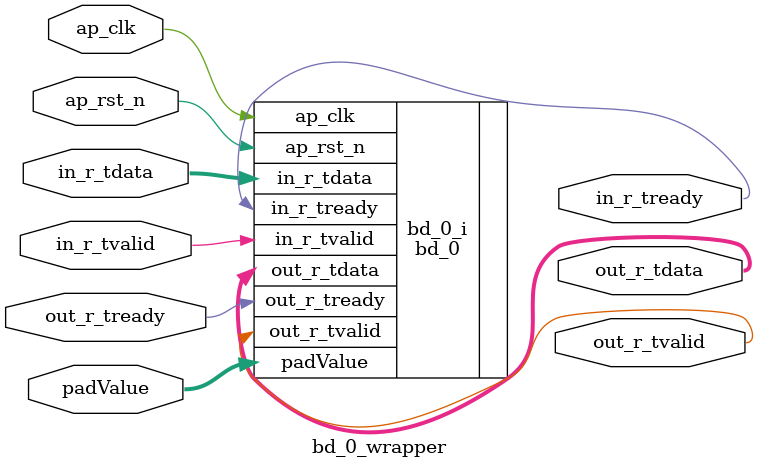
<source format=v>
`timescale 1 ps / 1 ps

module bd_0_wrapper
   (ap_clk,
    ap_rst_n,
    in_r_tdata,
    in_r_tready,
    in_r_tvalid,
    out_r_tdata,
    out_r_tready,
    out_r_tvalid,
    padValue);
  input ap_clk;
  input ap_rst_n;
  input [63:0]in_r_tdata;
  output in_r_tready;
  input in_r_tvalid;
  output [63:0]out_r_tdata;
  input out_r_tready;
  output out_r_tvalid;
  input [31:0]padValue;

  wire ap_clk;
  wire ap_rst_n;
  wire [63:0]in_r_tdata;
  wire in_r_tready;
  wire in_r_tvalid;
  wire [63:0]out_r_tdata;
  wire out_r_tready;
  wire out_r_tvalid;
  wire [31:0]padValue;

  bd_0 bd_0_i
       (.ap_clk(ap_clk),
        .ap_rst_n(ap_rst_n),
        .in_r_tdata(in_r_tdata),
        .in_r_tready(in_r_tready),
        .in_r_tvalid(in_r_tvalid),
        .out_r_tdata(out_r_tdata),
        .out_r_tready(out_r_tready),
        .out_r_tvalid(out_r_tvalid),
        .padValue(padValue));
endmodule

</source>
